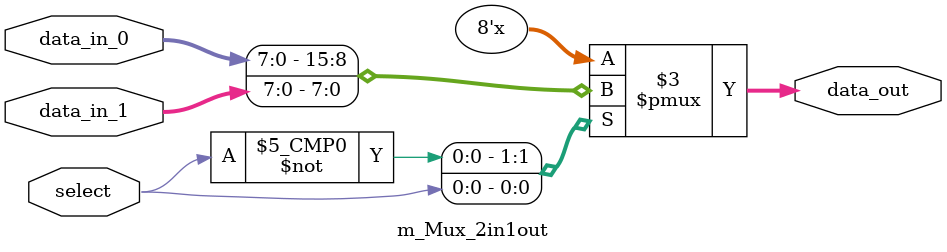
<source format=v>

`timescale 1ns / 1ps

`include "parameters.v"

module m_Mux_2in1out(
	select,
	data_in_0,
	data_in_1,
	data_out
	);

	
	// Parameters
	parameter P_DATA_WIDTH = 8; 
		
	// Port Definition
	input select;
	
	input [P_DATA_WIDTH - 1 : 0] data_in_0;
	input [P_DATA_WIDTH - 1 : 0] data_in_1;

	output reg [P_DATA_WIDTH - 1 : 0] data_out;

	// Variables	

	// Assignments
	//assign data_out = (select) ? data_in_0 : data_in_1;

	// Behavior
	initial begin:Initialization
		// Empty 
	end

	// Switch block: Puts the selected in data to outport
	always @ (select 
						or data_in_0
						or data_in_1 
					) begin:MUX
		case (select)
			0 : 	data_out = data_in_0;
			1 : 	data_out = data_in_1;
			default: data_out = 0;
		endcase
	end	

endmodule
    
</source>
